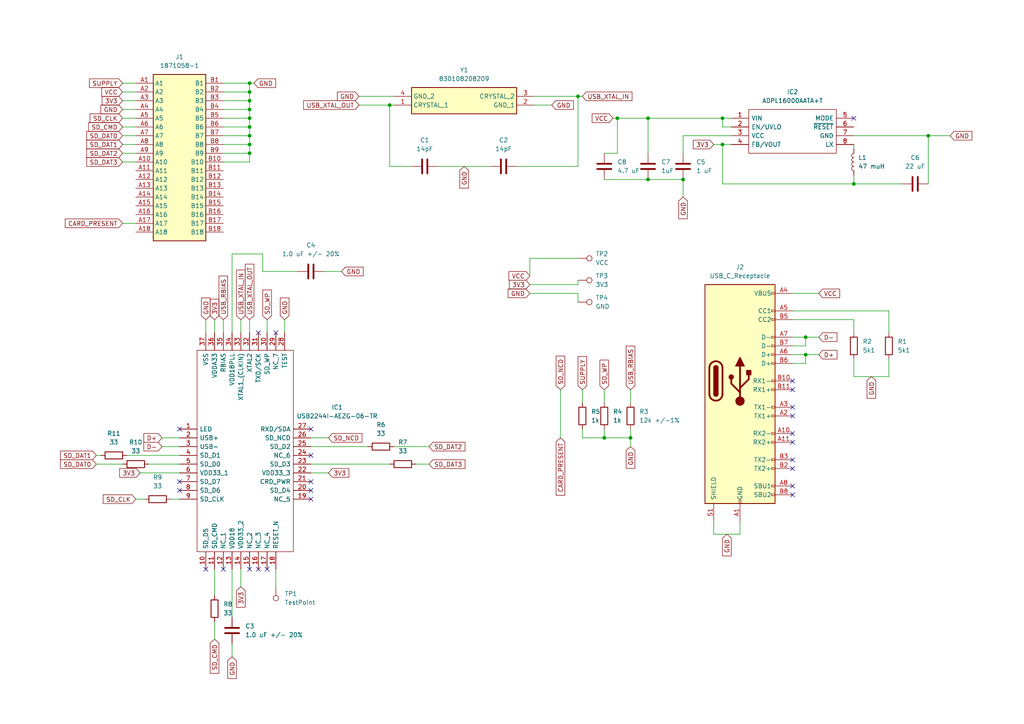
<source format=kicad_sch>
(kicad_sch (version 20231120) (generator "eeschema") (generator_version "8.0")
  (paper "A4")
  (lib_symbols
    (symbol "1871058-1:1871058-1"
      (property "Reference" "J" (at 21.59 7.62 0))
      (property "Value" "1871058-1" (at 21.59 5.08 0))
      (symbol "1871058-1_1_1"
        (rectangle (start 5.08 2.54) (end 20.32 -45.72) (stroke (width 0.254)) (fill (type background)))
        (pin passive line (at 0 0 0) (length 5.08) (name "A1") (number "A1"))
        (pin passive line (at 0 -22.86 0) (length 5.08) (name "A10") (number "A10"))
        (pin passive line (at 0 -25.4 0) (length 5.08) (name "A11") (number "A11"))
        (pin passive line (at 0 -27.94 0) (length 5.08) (name "A12") (number "A12"))
        (pin passive line (at 0 -30.48 0) (length 5.08) (name "A13") (number "A13"))
        (pin passive line (at 0 -33.02 0) (length 5.08) (name "A14") (number "A14"))
        (pin passive line (at 0 -35.56 0) (length 5.08) (name "A15") (number "A15"))
        (pin passive line (at 0 -38.1 0) (length 5.08) (name "A16") (number "A16"))
        (pin passive line (at 0 -40.64 0) (length 5.08) (name "A17") (number "A17"))
        (pin passive line (at 0 -43.18 0) (length 5.08) (name "A18") (number "A18"))
        (pin passive line (at 0 -2.54 0) (length 5.08) (name "A2") (number "A2"))
        (pin passive line (at 0 -5.08 0) (length 5.08) (name "A3") (number "A3"))
        (pin passive line (at 0 -7.62 0) (length 5.08) (name "A4") (number "A4"))
        (pin passive line (at 0 -10.16 0) (length 5.08) (name "A5") (number "A5"))
        (pin passive line (at 0 -12.7 0) (length 5.08) (name "A6") (number "A6"))
        (pin passive line (at 0 -15.24 0) (length 5.08) (name "A7") (number "A7"))
        (pin passive line (at 0 -17.78 0) (length 5.08) (name "A8") (number "A8"))
        (pin passive line (at 0 -20.32 0) (length 5.08) (name "A9") (number "A9"))
        (pin passive line (at 25.4 0 180) (length 5.08) (name "B1") (number "B1"))
        (pin passive line (at 25.4 -22.86 180) (length 5.08) (name "B10") (number "B10"))
        (pin passive line (at 25.4 -25.4 180) (length 5.08) (name "B11") (number "B11"))
        (pin passive line (at 25.4 -27.94 180) (length 5.08) (name "B12") (number "B12"))
        (pin passive line (at 25.4 -30.48 180) (length 5.08) (name "B13") (number "B13"))
        (pin passive line (at 25.4 -33.02 180) (length 5.08) (name "B14") (number "B14"))
        (pin passive line (at 25.4 -35.56 180) (length 5.08) (name "B15") (number "B15"))
        (pin passive line (at 25.4 -38.1 180) (length 5.08) (name "B16") (number "B16"))
        (pin passive line (at 25.4 -40.64 180) (length 5.08) (name "B17") (number "B17"))
        (pin passive line (at 25.4 -43.18 180) (length 5.08) (name "B18") (number "B18"))
        (pin passive line (at 25.4 -2.54 180) (length 5.08) (name "B2") (number "B2"))
        (pin passive line (at 25.4 -5.08 180) (length 5.08) (name "B3") (number "B3"))
        (pin passive line (at 25.4 -7.62 180) (length 5.08) (name "B4") (number "B4"))
        (pin passive line (at 25.4 -10.16 180) (length 5.08) (name "B5") (number "B5"))
        (pin passive line (at 25.4 -12.7 180) (length 5.08) (name "B6") (number "B6"))
        (pin passive line (at 25.4 -15.24 180) (length 5.08) (name "B7") (number "B7"))
        (pin passive line (at 25.4 -17.78 180) (length 5.08) (name "B8") (number "B8"))
        (pin passive line (at 25.4 -20.32 180) (length 5.08) (name "B9") (number "B9"))
      )
    )
    (symbol "830108208209:830108208209"
      (property "Reference" "Y" (at 36.83 7.62 0))
      (property "Value" "830108208209" (at 36.83 5.08 0))
      (symbol "830108208209_1_1"
        (rectangle (start 5.08 2.54) (end 35.56 -5.08) (stroke (width 0.254)) (fill (type background)))
        (pin passive line (at 0 -2.54 0) (length 5.08) (name "CRYSTAL_1") (number "1"))
        (pin passive line (at 40.64 -2.54 180) (length 5.08) (name "GND_1") (number "2"))
        (pin passive line (at 40.64 0 180) (length 5.08) (name "CRYSTAL_2") (number "3"))
        (pin passive line (at 0 0 0) (length 5.08) (name "GND_2") (number "4"))
      )
    )
    (symbol "ADPL16000AATA+T:ADPL16000AATA+T" (pin_names (offset 0.762))
      (property "Reference" "IC" (at 31.75 7.62 0))
      (property "Value" "ADPL16000AATA+T" (at 31.75 5.08 0))
      (symbol "ADPL16000AATA+T_0_0"
        (pin passive line (at 0 0 0) (length 5.08) (name "VIN") (number "1"))
        (pin passive line (at 0 -2.54 0) (length 5.08) (name "EN/UVLO") (number "2"))
        (pin passive line (at 0 -5.08 0) (length 5.08) (name "VCC") (number "3"))
        (pin passive line (at 0 -7.62 0) (length 5.08) (name "FB/VOUT") (number "4"))
        (pin passive line (at 35.56 0 180) (length 5.08) (name "MODE") (number "5"))
        (pin passive line (at 35.56 -2.54 180) (length 5.08) (name "~{RESET}") (number "6"))
        (pin passive line (at 35.56 -5.08 180) (length 5.08) (name "GND") (number "7"))
        (pin passive line (at 35.56 -7.62 180) (length 5.08) (name "LX") (number "8"))
      )
      (symbol "ADPL16000AATA+T_0_1"
        (polyline (pts (xy 5.08 2.54) (xy 30.48 2.54) (xy 30.48 -10.16) (xy 5.08 -10.16) (xy 5.08 2.54)) (stroke (width 0.1524)))
      )
    )
    (symbol "Connector:TestPoint" (pin_numbers hide) (pin_names (offset 0.762) hide)
      (property "Reference" "TP" (at 0 6.858 0))
      (property "Value" "TestPoint" (at 0 5.08 0))
      (symbol "TestPoint_0_1"
        (circle (center 0 3.302) (radius 0.762))
      )
      (symbol "TestPoint_1_1"
        (pin passive line (at 0 0 90) (length 2.54) (name "1") (number "1"))
      )
    )
    (symbol "Connector:USB_C_Receptacle" (pin_names (offset 1.016))
      (property "Reference" "J" (at -10.16 29.21 0))
      (property "Value" "USB_C_Receptacle" (at 10.16 29.21 0))
      (symbol "USB_C_Receptacle_0_0"
        (rectangle (start -0.254 -35.56) (end 0.254 -34.544))
        (rectangle (start 10.16 -32.766) (end 9.144 -33.274))
        (rectangle (start 10.16 -30.226) (end 9.144 -30.734))
        (rectangle (start 10.16 -25.146) (end 9.144 -25.654))
        (rectangle (start 10.16 -22.606) (end 9.144 -23.114))
        (rectangle (start 10.16 -17.526) (end 9.144 -18.034))
        (rectangle (start 10.16 -14.986) (end 9.144 -15.494))
        (rectangle (start 10.16 -9.906) (end 9.144 -10.414))
        (rectangle (start 10.16 -7.366) (end 9.144 -7.874))
        (rectangle (start 10.16 -2.286) (end 9.144 -2.794))
        (rectangle (start 10.16 0.254) (end 9.144 -0.254))
        (rectangle (start 10.16 5.334) (end 9.144 4.826))
        (rectangle (start 10.16 7.874) (end 9.144 7.366))
        (rectangle (start 10.16 10.414) (end 9.144 9.906))
        (rectangle (start 10.16 12.954) (end 9.144 12.446))
        (rectangle (start 10.16 18.034) (end 9.144 17.526))
        (rectangle (start 10.16 20.574) (end 9.144 20.066))
        (rectangle (start 10.16 25.654) (end 9.144 25.146))
      )
      (symbol "USB_C_Receptacle_0_1"
        (rectangle (start -10.16 27.94) (end 10.16 -35.56) (stroke (width 0.254)) (fill (type background)))
        (arc (start -8.89 -3.81) (mid -6.985 -5.7067) (end -5.08 -3.81) (stroke (width 0.508)))
        (arc (start -7.62 -3.81) (mid -6.985 -4.4423) (end -6.35 -3.81) (stroke (width 0.254)))
        (arc (start -7.62 -3.81) (mid -6.985 -4.4423) (end -6.35 -3.81) (stroke (width 0.254)) (fill (type outline)))
        (rectangle (start -7.62 -3.81) (end -6.35 3.81) (stroke (width 0.254)) (fill (type outline)))
        (arc (start -6.35 3.81) (mid -6.985 4.4423) (end -7.62 3.81) (stroke (width 0.254)))
        (arc (start -6.35 3.81) (mid -6.985 4.4423) (end -7.62 3.81) (stroke (width 0.254)) (fill (type outline)))
        (arc (start -5.08 3.81) (mid -6.985 5.7067) (end -8.89 3.81) (stroke (width 0.508)))
        (polyline (pts (xy -8.89 -3.81) (xy -8.89 3.81)) (stroke (width 0.508)))
        (polyline (pts (xy -5.08 3.81) (xy -5.08 -3.81)) (stroke (width 0.508)))
      )
      (symbol "USB_C_Receptacle_1_1"
        (circle (center -2.54 1.143) (radius 0.635) (stroke (width 0.254)) (fill (type outline)))
        (circle (center 0 -5.842) (radius 1.27) (fill (type outline)))
        (polyline (pts (xy 0 -5.842) (xy 0 4.318)) (stroke (width 0.508)))
        (polyline (pts (xy 0 -3.302) (xy -2.54 -0.762) (xy -2.54 0.508)) (stroke (width 0.508)))
        (polyline (pts (xy 0 -2.032) (xy 2.54 0.508) (xy 2.54 1.778)) (stroke (width 0.508)))
        (polyline (pts (xy -1.27 4.318) (xy 0 6.858) (xy 1.27 4.318) (xy -1.27 4.318)) (stroke (width 0.254)) (fill (type outline)))
        (rectangle (start 1.905 1.778) (end 3.175 3.048) (stroke (width 0.254)) (fill (type outline)))
        (pin passive line (at 0 -40.64 90) (length 5.08) (name "GND") (number "A1"))
        (pin bidirectional line (at 15.24 -15.24 180) (length 5.08) (name "RX2-") (number "A10"))
        (pin bidirectional line (at 15.24 -17.78 180) (length 5.08) (name "RX2+") (number "A11"))
        (pin passive line (at 0 -40.64 90) (length 5.08) hide (name "GND") (number "A12"))
        (pin bidirectional line (at 15.24 -10.16 180) (length 5.08) (name "TX1+") (number "A2"))
        (pin bidirectional line (at 15.24 -7.62 180) (length 5.08) (name "TX1-") (number "A3"))
        (pin passive line (at 15.24 25.4 180) (length 5.08) (name "VBUS") (number "A4"))
        (pin bidirectional line (at 15.24 20.32 180) (length 5.08) (name "CC1") (number "A5"))
        (pin bidirectional line (at 15.24 7.62 180) (length 5.08) (name "D+") (number "A6"))
        (pin bidirectional line (at 15.24 12.7 180) (length 5.08) (name "D-") (number "A7"))
        (pin bidirectional line (at 15.24 -30.48 180) (length 5.08) (name "SBU1") (number "A8"))
        (pin passive line (at 15.24 25.4 180) (length 5.08) hide (name "VBUS") (number "A9"))
        (pin passive line (at 0 -40.64 90) (length 5.08) hide (name "GND") (number "B1"))
        (pin bidirectional line (at 15.24 0 180) (length 5.08) (name "RX1-") (number "B10"))
        (pin bidirectional line (at 15.24 -2.54 180) (length 5.08) (name "RX1+") (number "B11"))
        (pin passive line (at 0 -40.64 90) (length 5.08) hide (name "GND") (number "B12"))
        (pin bidirectional line (at 15.24 -25.4 180) (length 5.08) (name "TX2+") (number "B2"))
        (pin bidirectional line (at 15.24 -22.86 180) (length 5.08) (name "TX2-") (number "B3"))
        (pin passive line (at 15.24 25.4 180) (length 5.08) hide (name "VBUS") (number "B4"))
        (pin bidirectional line (at 15.24 17.78 180) (length 5.08) (name "CC2") (number "B5"))
        (pin bidirectional line (at 15.24 5.08 180) (length 5.08) (name "D+") (number "B6"))
        (pin bidirectional line (at 15.24 10.16 180) (length 5.08) (name "D-") (number "B7"))
        (pin bidirectional line (at 15.24 -33.02 180) (length 5.08) (name "SBU2") (number "B8"))
        (pin passive line (at 15.24 25.4 180) (length 5.08) hide (name "VBUS") (number "B9"))
        (pin passive line (at -7.62 -40.64 90) (length 5.08) (name "SHIELD") (number "S1"))
      )
    )
    (symbol "Device:C" (pin_numbers hide) (pin_names (offset 0.254))
      (property "Reference" "C" (at 0.635 2.54 0))
      (property "Value" "C" (at 0.635 -2.54 0))
      (symbol "C_0_1"
        (polyline (pts (xy -2.032 -0.762) (xy 2.032 -0.762)) (stroke (width 0.508)))
        (polyline (pts (xy -2.032 0.762) (xy 2.032 0.762)) (stroke (width 0.508)))
      )
      (symbol "C_1_1"
        (pin passive line (at 0 3.81 270) (length 2.794) (name "~") (number "1"))
        (pin passive line (at 0 -3.81 90) (length 2.794) (name "~") (number "2"))
      )
    )
    (symbol "Device:L" (pin_numbers hide) (pin_names (offset 1.016) hide)
      (property "Reference" "L" (at -1.27 0 90))
      (property "Value" "L" (at 1.905 0 90))
      (symbol "L_0_1"
        (arc (start 0 -2.54) (mid 0.6323 -1.905) (end 0 -1.27))
        (arc (start 0 -1.27) (mid 0.6323 -0.635) (end 0 0))
        (arc (start 0 0) (mid 0.6323 0.635) (end 0 1.27))
        (arc (start 0 1.27) (mid 0.6323 1.905) (end 0 2.54))
      )
      (symbol "L_1_1"
        (pin passive line (at 0 3.81 270) (length 1.27) (name "1") (number "1"))
        (pin passive line (at 0 -3.81 90) (length 1.27) (name "2") (number "2"))
      )
    )
    (symbol "Device:R" (pin_numbers hide) (pin_names (offset 0))
      (property "Reference" "R" (at 2.032 0 90))
      (property "Value" "R" (at 0 0 90))
      (symbol "R_0_1"
        (rectangle (start -1.016 -2.54) (end 1.016 2.54) (stroke (width 0.254)))
      )
      (symbol "R_1_1"
        (pin passive line (at 0 3.81 270) (length 1.27) (name "~") (number "1"))
        (pin passive line (at 0 -3.81 90) (length 1.27) (name "~") (number "2"))
      )
    )
    (symbol "USB2244I-AEZG-06-TR:USB2244I-AEZG-06-TR" (pin_names (offset 0.762))
      (property "Reference" "IC" (at 34.29 27.94 0))
      (property "Value" "USB2244I-AEZG-06-TR" (at 34.29 25.4 0))
      (symbol "USB2244I-AEZG-06-TR_0_0"
        (pin passive line (at 0 0 0) (length 5.08) (name "LED") (number "1"))
        (pin passive line (at 7.62 -40.64 90) (length 5.08) (name "SD_D5") (number "10"))
        (pin passive line (at 10.16 -40.64 90) (length 5.08) (name "SD_CMD") (number "11"))
        (pin passive line (at 12.7 -40.64 90) (length 5.08) (name "NC_1") (number "12"))
        (pin passive line (at 15.24 -40.64 90) (length 5.08) (name "VDD18") (number "13"))
        (pin passive line (at 17.78 -40.64 90) (length 5.08) (name "VDD33_2") (number "14"))
        (pin passive line (at 20.32 -40.64 90) (length 5.08) (name "NC_2") (number "15"))
        (pin passive line (at 22.86 -40.64 90) (length 5.08) (name "NC_3") (number "16"))
        (pin passive line (at 25.4 -40.64 90) (length 5.08) (name "NC_4") (number "17"))
        (pin passive line (at 27.94 -40.64 90) (length 5.08) (name "RESET_N") (number "18"))
        (pin passive line (at 38.1 -20.32 180) (length 5.08) (name "NC_5") (number "19"))
        (pin passive line (at 0 -2.54 0) (length 5.08) (name "USB+") (number "2"))
        (pin passive line (at 38.1 -17.78 180) (length 5.08) (name "SD_D4") (number "20"))
        (pin passive line (at 38.1 -15.24 180) (length 5.08) (name "CRD_PWR") (number "21"))
        (pin passive line (at 38.1 -12.7 180) (length 5.08) (name "VDD33_3") (number "22"))
        (pin passive line (at 38.1 -10.16 180) (length 5.08) (name "SD_D3") (number "23"))
        (pin passive line (at 38.1 -7.62 180) (length 5.08) (name "NC_6") (number "24"))
        (pin passive line (at 38.1 -5.08 180) (length 5.08) (name "SD_D2") (number "25"))
        (pin passive line (at 38.1 -2.54 180) (length 5.08) (name "SD_NCD") (number "26"))
        (pin passive line (at 38.1 0 180) (length 5.08) (name "RXD/SDA") (number "27"))
        (pin passive line (at 30.48 27.94 270) (length 5.08) (name "TEST") (number "28"))
        (pin passive line (at 27.94 27.94 270) (length 5.08) (name "NC_7") (number "29"))
        (pin passive line (at 0 -5.08 0) (length 5.08) (name "USB-") (number "3"))
        (pin passive line (at 25.4 27.94 270) (length 5.08) (name "SD_WP") (number "30"))
        (pin passive line (at 22.86 27.94 270) (length 5.08) (name "TXD/SCK") (number "31"))
        (pin passive line (at 20.32 27.94 270) (length 5.08) (name "XTAL2") (number "32"))
        (pin passive line (at 17.78 27.94 270) (length 5.08) (name "XTAL1_(CLKIN)") (number "33"))
        (pin passive line (at 15.24 27.94 270) (length 5.08) (name "VDD18PLL") (number "34"))
        (pin passive line (at 12.7 27.94 270) (length 5.08) (name "RBIAS") (number "35"))
        (pin passive line (at 10.16 27.94 270) (length 5.08) (name "VDDA33") (number "36"))
        (pin passive line (at 7.62 27.94 270) (length 5.08) (name "VSS") (number "37"))
        (pin passive line (at 0 -7.62 0) (length 5.08) (name "SD_D1") (number "4"))
        (pin passive line (at 0 -10.16 0) (length 5.08) (name "SD_D0") (number "5"))
        (pin passive line (at 0 -12.7 0) (length 5.08) (name "VDD33_1") (number "6"))
        (pin passive line (at 0 -15.24 0) (length 5.08) (name "SD_D7") (number "7"))
        (pin passive line (at 0 -17.78 0) (length 5.08) (name "SD_D6") (number "8"))
        (pin passive line (at 0 -20.32 0) (length 5.08) (name "SD_CLK") (number "9"))
      )
      (symbol "USB2244I-AEZG-06-TR_0_1"
        (polyline (pts (xy 5.08 22.86) (xy 33.02 22.86) (xy 33.02 -35.56) (xy 5.08 -35.56) (xy 5.08 22.86)) (stroke (width 0.1524)))
      )
    )
  )
  (junction (at 233.68 102.87))
  (junction (at 247.65 53.34))
  (junction (at 72.39 39.37))
  (junction (at 209.55 41.91))
  (junction (at 72.39 44.45))
  (junction (at 72.39 34.29))
  (junction (at 72.39 24.13))
  (junction (at 175.26 127))
  (junction (at 182.88 127))
  (junction (at 72.39 36.83))
  (junction (at 72.39 41.91))
  (junction (at 113.03 30.48))
  (junction (at 269.24 39.37))
  (junction (at 72.39 31.75))
  (junction (at 209.55 34.29))
  (junction (at 167.64 27.94))
  (junction (at 187.96 52.07))
  (junction (at 72.39 26.67))
  (junction (at 179.07 34.29))
  (junction (at 187.96 34.29))
  (junction (at 233.68 97.79))
  (junction (at 72.39 29.21))
  (junction (at 198.12 52.07))
  (no_connect (at 74.93 165.1))
  (no_connect (at 80.01 96.52))
  (no_connect (at 229.87 143.51))
  (no_connect (at 72.39 165.1))
  (no_connect (at 229.87 133.35))
  (no_connect (at 229.87 113.03))
  (no_connect (at 90.17 124.46))
  (no_connect (at 229.87 118.11))
  (no_connect (at 247.65 34.29))
  (no_connect (at 52.07 142.24))
  (no_connect (at 229.87 120.65))
  (no_connect (at 229.87 140.97))
  (no_connect (at 229.87 135.89))
  (no_connect (at 77.47 165.1))
  (no_connect (at 90.17 132.08))
  (no_connect (at 229.87 125.73))
  (no_connect (at 229.87 128.27))
  (no_connect (at 64.77 165.1))
  (no_connect (at 52.07 139.7))
  (no_connect (at 90.17 139.7))
  (no_connect (at 52.07 124.46))
  (no_connect (at 59.69 165.1))
  (no_connect (at 229.87 110.49))
  (no_connect (at 90.17 142.24))
  (no_connect (at 74.93 96.52))
  (no_connect (at 90.17 144.78))
  (wire (pts (xy 229.87 100.33) (xy 233.68 100.33)))
  (wire (pts (xy 229.87 85.09) (xy 237.49 85.09)))
  (wire (pts (xy 67.31 73.66) (xy 76.2 73.66)))
  (wire (pts (xy 187.96 52.07) (xy 198.12 52.07)))
  (wire (pts (xy 233.68 97.79) (xy 237.49 97.79)))
  (wire (pts (xy 40.64 137.16) (xy 52.07 137.16)))
  (wire (pts (xy 212.09 36.83) (xy 209.55 36.83)))
  (wire (pts (xy 80.01 165.1) (xy 80.01 170.18)))
  (wire (pts (xy 247.65 104.14) (xy 247.65 109.22)))
  (wire (pts (xy 229.87 102.87) (xy 233.68 102.87)))
  (wire (pts (xy 127 48.26) (xy 142.24 48.26)))
  (wire (pts (xy 90.17 129.54) (xy 106.68 129.54)))
  (wire (pts (xy 175.26 52.07) (xy 187.96 52.07)))
  (wire (pts (xy 154.94 30.48) (xy 160.02 30.48)))
  (wire (pts (xy 35.56 26.67) (xy 39.37 26.67)))
  (wire (pts (xy 64.77 44.45) (xy 72.39 44.45)))
  (wire (pts (xy 72.39 44.45) (xy 72.39 41.91)))
  (wire (pts (xy 72.39 39.37) (xy 72.39 36.83)))
  (wire (pts (xy 167.64 82.55) (xy 167.64 81.28)))
  (wire (pts (xy 175.26 124.46) (xy 175.26 127)))
  (wire (pts (xy 167.64 27.94) (xy 168.91 27.94)))
  (wire (pts (xy 35.56 34.29) (xy 39.37 34.29)))
  (wire (pts (xy 168.91 113.03) (xy 168.91 116.84)))
  (wire (pts (xy 247.65 39.37) (xy 269.24 39.37)))
  (wire (pts (xy 119.38 48.26) (xy 113.03 48.26)))
  (wire (pts (xy 177.8 34.29) (xy 179.07 34.29)))
  (wire (pts (xy 269.24 39.37) (xy 269.24 53.34)))
  (wire (pts (xy 175.26 44.45) (xy 179.07 44.45)))
  (wire (pts (xy 64.77 39.37) (xy 72.39 39.37)))
  (wire (pts (xy 167.64 85.09) (xy 167.64 87.63)))
  (wire (pts (xy 67.31 96.52) (xy 67.31 73.66)))
  (wire (pts (xy 198.12 39.37) (xy 212.09 39.37)))
  (wire (pts (xy 257.81 104.14) (xy 257.81 109.22)))
  (wire (pts (xy 168.91 127) (xy 175.26 127)))
  (wire (pts (xy 247.65 50.8) (xy 247.65 53.34)))
  (wire (pts (xy 35.56 46.99) (xy 39.37 46.99)))
  (wire (pts (xy 27.94 132.08) (xy 29.21 132.08)))
  (wire (pts (xy 113.03 48.26) (xy 113.03 30.48)))
  (wire (pts (xy 67.31 165.1) (xy 67.31 179.07)))
  (wire (pts (xy 90.17 137.16) (xy 95.25 137.16)))
  (wire (pts (xy 35.56 24.13) (xy 39.37 24.13)))
  (wire (pts (xy 35.56 31.75) (xy 39.37 31.75)))
  (wire (pts (xy 39.37 144.78) (xy 41.91 144.78)))
  (wire (pts (xy 72.39 31.75) (xy 72.39 29.21)))
  (wire (pts (xy 257.81 90.17) (xy 257.81 96.52)))
  (wire (pts (xy 198.12 39.37) (xy 198.12 44.45)))
  (wire (pts (xy 64.77 41.91) (xy 72.39 41.91)))
  (wire (pts (xy 46.99 127) (xy 52.07 127)))
  (wire (pts (xy 82.55 92.71) (xy 82.55 96.52)))
  (wire (pts (xy 76.2 73.66) (xy 76.2 78.74)))
  (wire (pts (xy 64.77 92.71) (xy 64.77 96.52)))
  (wire (pts (xy 247.65 109.22) (xy 257.81 109.22)))
  (wire (pts (xy 113.03 30.48) (xy 114.3 30.48)))
  (wire (pts (xy 182.88 113.03) (xy 182.88 116.84)))
  (wire (pts (xy 69.85 92.71) (xy 69.85 96.52)))
  (wire (pts (xy 76.2 78.74) (xy 86.36 78.74)))
  (wire (pts (xy 233.68 102.87) (xy 237.49 102.87)))
  (wire (pts (xy 104.14 27.94) (xy 114.3 27.94)))
  (wire (pts (xy 175.26 113.03) (xy 175.26 116.84)))
  (wire (pts (xy 72.39 92.71) (xy 72.39 96.52)))
  (wire (pts (xy 43.18 134.62) (xy 52.07 134.62)))
  (wire (pts (xy 153.67 74.93) (xy 167.64 74.93)))
  (wire (pts (xy 247.65 92.71) (xy 247.65 96.52)))
  (wire (pts (xy 72.39 24.13) (xy 73.66 24.13)))
  (wire (pts (xy 62.23 180.34) (xy 62.23 185.42)))
  (wire (pts (xy 209.55 53.34) (xy 209.55 41.91)))
  (wire (pts (xy 209.55 36.83) (xy 209.55 34.29)))
  (wire (pts (xy 93.98 78.74) (xy 99.06 78.74)))
  (wire (pts (xy 153.67 85.09) (xy 167.64 85.09)))
  (wire (pts (xy 120.65 134.62) (xy 124.46 134.62)))
  (wire (pts (xy 175.26 127) (xy 182.88 127)))
  (wire (pts (xy 35.56 36.83) (xy 39.37 36.83)))
  (wire (pts (xy 35.56 41.91) (xy 39.37 41.91)))
  (wire (pts (xy 62.23 165.1) (xy 62.23 172.72)))
  (wire (pts (xy 154.94 27.94) (xy 167.64 27.94)))
  (wire (pts (xy 153.67 80.01) (xy 153.67 74.93)))
  (wire (pts (xy 247.65 53.34) (xy 209.55 53.34)))
  (wire (pts (xy 182.88 127) (xy 182.88 129.54)))
  (wire (pts (xy 49.53 144.78) (xy 52.07 144.78)))
  (wire (pts (xy 64.77 34.29) (xy 72.39 34.29)))
  (wire (pts (xy 36.83 132.08) (xy 52.07 132.08)))
  (wire (pts (xy 167.64 48.26) (xy 167.64 27.94)))
  (wire (pts (xy 209.55 34.29) (xy 212.09 34.29)))
  (wire (pts (xy 182.88 124.46) (xy 182.88 127)))
  (wire (pts (xy 247.65 41.91) (xy 247.65 43.18)))
  (wire (pts (xy 72.39 34.29) (xy 72.39 31.75)))
  (wire (pts (xy 77.47 92.71) (xy 77.47 96.52)))
  (wire (pts (xy 90.17 134.62) (xy 113.03 134.62)))
  (wire (pts (xy 35.56 39.37) (xy 39.37 39.37)))
  (wire (pts (xy 233.68 100.33) (xy 233.68 97.79)))
  (wire (pts (xy 168.91 124.46) (xy 168.91 127)))
  (wire (pts (xy 214.63 151.13) (xy 214.63 154.94)))
  (wire (pts (xy 207.01 41.91) (xy 209.55 41.91)))
  (wire (pts (xy 209.55 41.91) (xy 212.09 41.91)))
  (wire (pts (xy 62.23 92.71) (xy 62.23 96.52)))
  (wire (pts (xy 72.39 41.91) (xy 72.39 39.37)))
  (wire (pts (xy 72.39 29.21) (xy 72.39 26.67)))
  (wire (pts (xy 179.07 34.29) (xy 179.07 44.45)))
  (wire (pts (xy 64.77 31.75) (xy 72.39 31.75)))
  (wire (pts (xy 27.94 134.62) (xy 35.56 134.62)))
  (wire (pts (xy 67.31 186.69) (xy 67.31 190.5)))
  (wire (pts (xy 198.12 52.07) (xy 198.12 57.15)))
  (wire (pts (xy 46.99 129.54) (xy 52.07 129.54)))
  (wire (pts (xy 153.67 82.55) (xy 167.64 82.55)))
  (wire (pts (xy 247.65 53.34) (xy 261.62 53.34)))
  (wire (pts (xy 69.85 165.1) (xy 69.85 170.18)))
  (wire (pts (xy 207.01 154.94) (xy 214.63 154.94)))
  (wire (pts (xy 179.07 34.29) (xy 187.96 34.29)))
  (wire (pts (xy 187.96 34.29) (xy 209.55 34.29)))
  (wire (pts (xy 90.17 127) (xy 95.25 127)))
  (wire (pts (xy 229.87 97.79) (xy 233.68 97.79)))
  (wire (pts (xy 59.69 92.71) (xy 59.69 96.52)))
  (wire (pts (xy 35.56 64.77) (xy 39.37 64.77)))
  (wire (pts (xy 162.56 113.03) (xy 162.56 127)))
  (wire (pts (xy 229.87 90.17) (xy 257.81 90.17)))
  (wire (pts (xy 229.87 92.71) (xy 247.65 92.71)))
  (wire (pts (xy 114.3 129.54) (xy 124.46 129.54)))
  (wire (pts (xy 35.56 44.45) (xy 39.37 44.45)))
  (wire (pts (xy 104.14 30.48) (xy 113.03 30.48)))
  (wire (pts (xy 64.77 36.83) (xy 72.39 36.83)))
  (wire (pts (xy 72.39 36.83) (xy 72.39 34.29)))
  (wire (pts (xy 233.68 105.41) (xy 233.68 102.87)))
  (wire (pts (xy 64.77 26.67) (xy 72.39 26.67)))
  (wire (pts (xy 64.77 24.13) (xy 72.39 24.13)))
  (wire (pts (xy 187.96 34.29) (xy 187.96 44.45)))
  (wire (pts (xy 207.01 151.13) (xy 207.01 154.94)))
  (wire (pts (xy 149.86 48.26) (xy 167.64 48.26)))
  (wire (pts (xy 72.39 26.67) (xy 72.39 24.13)))
  (wire (pts (xy 72.39 46.99) (xy 72.39 44.45)))
  (wire (pts (xy 64.77 46.99) (xy 72.39 46.99)))
  (wire (pts (xy 229.87 105.41) (xy 233.68 105.41)))
  (wire (pts (xy 64.77 29.21) (xy 72.39 29.21)))
  (wire (pts (xy 269.24 39.37) (xy 275.59 39.37)))
  (wire (pts (xy 35.56 29.21) (xy 39.37 29.21)))
  (global_label "CARD_PRESENT" (shape input) (at 162.56 127 270) (property "Intersheetrefs" "${INTERSHEET_REFS}" (effects (hide yes))))
  (global_label "USB_XTAL_OUT" (shape input) (at 104.14 30.48 180) (property "Intersheetrefs" "${INTERSHEET_REFS}" (effects (hide yes))))
  (global_label "USB_RBIAS" (shape input) (at 64.77 92.71 90) (property "Intersheetrefs" "${INTERSHEET_REFS}" (effects (hide yes))))
  (global_label "SD_DAT0" (shape input) (at 35.56 39.37 180) (property "Intersheetrefs" "${INTERSHEET_REFS}" (effects (hide yes))))
  (global_label "SD_DAT1" (shape input) (at 35.56 41.91 180) (property "Intersheetrefs" "${INTERSHEET_REFS}" (effects (hide yes))))
  (global_label "GND" (shape input) (at 275.59 39.37 0) (property "Intersheetrefs" "${INTERSHEET_REFS}" (effects (hide yes))))
  (global_label "SD_WP" (shape input) (at 175.26 113.03 90) (property "Intersheetrefs" "${INTERSHEET_REFS}" (effects (hide yes))))
  (global_label "SD_DAT1" (shape input) (at 27.94 132.08 180) (property "Intersheetrefs" "${INTERSHEET_REFS}" (effects (hide yes))))
  (global_label "SD_DAT2" (shape input) (at 124.46 129.54 0) (property "Intersheetrefs" "${INTERSHEET_REFS}" (effects (hide yes))))
  (global_label "VCC" (shape input) (at 35.56 26.67 180) (property "Intersheetrefs" "${INTERSHEET_REFS}" (effects (hide yes))))
  (global_label "D+" (shape input) (at 237.49 102.87 0) (property "Intersheetrefs" "${INTERSHEET_REFS}" (effects (hide yes))))
  (global_label "VCC" (shape input) (at 153.67 80.01 180) (property "Intersheetrefs" "${INTERSHEET_REFS}" (effects (hide yes))))
  (global_label "GND" (shape input) (at 160.02 30.48 0) (property "Intersheetrefs" "${INTERSHEET_REFS}" (effects (hide yes))))
  (global_label "GND" (shape input) (at 104.14 27.94 180) (property "Intersheetrefs" "${INTERSHEET_REFS}" (effects (hide yes))))
  (global_label "3V3" (shape input) (at 95.25 137.16 0) (property "Intersheetrefs" "${INTERSHEET_REFS}" (effects (hide yes))))
  (global_label "USB_RBIAS" (shape input) (at 182.88 113.03 90) (property "Intersheetrefs" "${INTERSHEET_REFS}" (effects (hide yes))))
  (global_label "D+" (shape input) (at 46.99 127 180) (property "Intersheetrefs" "${INTERSHEET_REFS}" (effects (hide yes))))
  (global_label "GND" (shape input) (at 198.12 57.15 270) (property "Intersheetrefs" "${INTERSHEET_REFS}" (effects (hide yes))))
  (global_label "GND" (shape input) (at 134.62 48.26 270) (property "Intersheetrefs" "${INTERSHEET_REFS}" (effects (hide yes))))
  (global_label "SD_CMD" (shape input) (at 35.56 36.83 180) (property "Intersheetrefs" "${INTERSHEET_REFS}" (effects (hide yes))))
  (global_label "3V3" (shape input) (at 153.67 82.55 180) (property "Intersheetrefs" "${INTERSHEET_REFS}" (effects (hide yes))))
  (global_label "VCC" (shape input) (at 177.8 34.29 180) (property "Intersheetrefs" "${INTERSHEET_REFS}" (effects (hide yes))))
  (global_label "USB_XTAL_IN" (shape input) (at 69.85 92.71 90) (property "Intersheetrefs" "${INTERSHEET_REFS}" (effects (hide yes))))
  (global_label "USB_XTAL_OUT" (shape input) (at 72.39 92.71 90) (property "Intersheetrefs" "${INTERSHEET_REFS}" (effects (hide yes))))
  (global_label "SD_DAT2" (shape input) (at 35.56 44.45 180) (property "Intersheetrefs" "${INTERSHEET_REFS}" (effects (hide yes))))
  (global_label "SD_WP" (shape input) (at 77.47 92.71 90) (property "Intersheetrefs" "${INTERSHEET_REFS}" (effects (hide yes))))
  (global_label "GND" (shape input) (at 73.66 24.13 0) (property "Intersheetrefs" "${INTERSHEET_REFS}" (effects (hide yes))))
  (global_label "SD_DAT3" (shape input) (at 35.56 46.99 180) (property "Intersheetrefs" "${INTERSHEET_REFS}" (effects (hide yes))))
  (global_label "GND" (shape input) (at 252.73 109.22 270) (property "Intersheetrefs" "${INTERSHEET_REFS}" (effects (hide yes))))
  (global_label "VCC" (shape input) (at 237.49 85.09 0) (property "Intersheetrefs" "${INTERSHEET_REFS}" (effects (hide yes))))
  (global_label "3V3" (shape input) (at 62.23 92.71 90) (property "Intersheetrefs" "${INTERSHEET_REFS}" (effects (hide yes))))
  (global_label "GND" (shape input) (at 99.06 78.74 0) (property "Intersheetrefs" "${INTERSHEET_REFS}" (effects (hide yes))))
  (global_label "GND" (shape input) (at 67.31 190.5 270) (property "Intersheetrefs" "${INTERSHEET_REFS}" (effects (hide yes))))
  (global_label "SD_NCD" (shape input) (at 162.56 113.03 90) (property "Intersheetrefs" "${INTERSHEET_REFS}" (effects (hide yes))))
  (global_label "SUPPLY" (shape input) (at 168.91 113.03 90) (property "Intersheetrefs" "${INTERSHEET_REFS}" (effects (hide yes))))
  (global_label "GND" (shape input) (at 153.67 85.09 180) (property "Intersheetrefs" "${INTERSHEET_REFS}" (effects (hide yes))))
  (global_label "D-" (shape input) (at 46.99 129.54 180) (property "Intersheetrefs" "${INTERSHEET_REFS}" (effects (hide yes))))
  (global_label "SD_CMD" (shape input) (at 62.23 185.42 270) (property "Intersheetrefs" "${INTERSHEET_REFS}" (effects (hide yes))))
  (global_label "GND" (shape input) (at 59.69 92.71 90) (property "Intersheetrefs" "${INTERSHEET_REFS}" (effects (hide yes))))
  (global_label "SD_CLK" (shape input) (at 35.56 34.29 180) (property "Intersheetrefs" "${INTERSHEET_REFS}" (effects (hide yes))))
  (global_label "CARD_PRESENT" (shape input) (at 35.56 64.77 180) (property "Intersheetrefs" "${INTERSHEET_REFS}" (effects (hide yes))))
  (global_label "3V3" (shape input) (at 69.85 170.18 270) (property "Intersheetrefs" "${INTERSHEET_REFS}" (effects (hide yes))))
  (global_label "SUPPLY" (shape input) (at 35.56 24.13 180) (property "Intersheetrefs" "${INTERSHEET_REFS}" (effects (hide yes))))
  (global_label "GND" (shape input) (at 182.88 129.54 270) (property "Intersheetrefs" "${INTERSHEET_REFS}" (effects (hide yes))))
  (global_label "GND" (shape input) (at 35.56 31.75 180) (property "Intersheetrefs" "${INTERSHEET_REFS}" (effects (hide yes))))
  (global_label "3V3" (shape input) (at 207.01 41.91 180) (property "Intersheetrefs" "${INTERSHEET_REFS}" (effects (hide yes))))
  (global_label "GND" (shape input) (at 82.55 92.71 90) (property "Intersheetrefs" "${INTERSHEET_REFS}" (effects (hide yes))))
  (global_label "3V3" (shape input) (at 35.56 29.21 180) (property "Intersheetrefs" "${INTERSHEET_REFS}" (effects (hide yes))))
  (global_label "USB_XTAL_IN" (shape input) (at 168.91 27.94 0) (property "Intersheetrefs" "${INTERSHEET_REFS}" (effects (hide yes))))
  (global_label "D-" (shape input) (at 237.49 97.79 0) (property "Intersheetrefs" "${INTERSHEET_REFS}" (effects (hide yes))))
  (global_label "SD_DAT3" (shape input) (at 124.46 134.62 0) (property "Intersheetrefs" "${INTERSHEET_REFS}" (effects (hide yes))))
  (global_label "SD_CLK" (shape input) (at 39.37 144.78 180) (property "Intersheetrefs" "${INTERSHEET_REFS}" (effects (hide yes))))
  (global_label "3V3" (shape input) (at 40.64 137.16 180) (property "Intersheetrefs" "${INTERSHEET_REFS}" (effects (hide yes))))
  (global_label "SD_DAT0" (shape input) (at 27.94 134.62 180) (property "Intersheetrefs" "${INTERSHEET_REFS}" (effects (hide yes))))
  (global_label "SD_NCD" (shape input) (at 95.25 127 0) (property "Intersheetrefs" "${INTERSHEET_REFS}" (effects (hide yes))))
  (global_label "GND" (shape input) (at 210.82 154.94 270) (property "Intersheetrefs" "${INTERSHEET_REFS}" (effects (hide yes))))
  (symbol (lib_id "Device:R") (at 33.02 132.08 270) (unit 1)
    (property "Reference" "R11" (at 33.02 125.73 90))
    (property "Value" "33" (at 33.02 128.27 90))
    (property "Footprint" "Resistor_SMD:R_0201_0603Metric" (effects (hide yes)))
    (property "Description" "Resistor" (effects (hide yes)))
  )
  (symbol (lib_id "Device:R") (at 45.72 144.78 270) (unit 1)
    (property "Reference" "R9" (at 45.72 138.43 90))
    (property "Value" "33" (at 45.72 140.97 90))
    (property "Footprint" "Resistor_SMD:R_0201_0603Metric" (effects (hide yes)))
    (property "Description" "Resistor" (effects (hide yes)))
  )
  (symbol (lib_id "Connector:TestPoint") (at 167.64 74.93 270) (unit 1)
    (property "Reference" "TP2" (at 172.72 73.6599 90) (effects (justify left)))
    (property "Value" "VCC" (at 172.72 76.1999 90) (effects (justify left)))
    (property "Footprint" "TestPoint:TestPoint_Pad_D3.0mm" (effects (hide yes)))
    (property "Description" "test point" (effects (hide yes)))
  )
  (symbol (lib_id "Device:C") (at 265.43 53.34 270) (unit 1)
    (property "Reference" "C6" (at 265.43 45.72 90))
    (property "Value" "22 uF" (at 265.43 48.26 90))
    (property "Footprint" "Capacitor_SMD:C_1206_3216Metric" (effects (hide yes)))
    (property "Description" "Unpolarized capacitor" (effects (hide yes)))
  )
  (symbol (lib_id "Device:C") (at 90.17 78.74 90) (unit 1)
    (property "Reference" "C4" (at 90.17 71.12 90))
    (property "Value" "1.0 uF +/- 20%" (at 90.17 73.66 90))
    (property "Footprint" "Capacitor_SMD:C_0201_0603Metric" (effects (hide yes)))
    (property "Description" "Unpolarized capacitor" (effects (hide yes)))
  )
  (symbol (lib_id "Device:C") (at 187.96 48.26 0) (unit 1)
    (property "Reference" "C7" (at 191.77 46.9899 0) (effects (justify left)))
    (property "Value" "1uF" (at 191.77 49.5299 0) (effects (justify left)))
    (property "Footprint" "Capacitor_SMD:C_1206_3216Metric" (effects (hide yes)))
    (property "Description" "Unpolarized capacitor" (effects (hide yes)))
  )
  (symbol (lib_id "Device:R") (at 116.84 134.62 270) (unit 1)
    (property "Reference" "R7" (at 116.84 128.27 90))
    (property "Value" "33" (at 116.84 130.81 90))
    (property "Footprint" "Resistor_SMD:R_0201_0603Metric" (effects (hide yes)))
    (property "Description" "Resistor" (effects (hide yes)))
  )
  (symbol (lib_id "ADPL16000AATA+T:ADPL16000AATA+T") (at 212.09 34.29 0) (unit 1)
    (property "Reference" "IC2" (at 229.87 26.67 0))
    (property "Value" "ADPL16000AATA+T" (at 229.87 29.21 0))
    (property "Footprint" "ADPL16000AATA+T:ADPL16000AATAT" (effects (hide yes)))
    (property "Datasheet" "https://www.analog.com/media/en/technical-documentation/data-sheets/adpl16000.pdf" (effects (hide yes)))
    (property "Description" "60V, 400mA, Ultra-Small, Hi gh-Efficiency, Synchronous Step-Down DC-DC Converters" (effects (hide yes)))
    (property "Description_1" "60V, 400mA, Ultra-Small, Hi gh-Efficiency, Synchronous Step-Down DC-DC Converters" (effects (hide yes)))
    (property "Height" "0.8" (effects (hide yes)))
    (property "Manufacturer_Name" "Analog Devices" (effects (hide yes)))
    (property "Manufacturer_Part_Number" "ADPL16000AATA+T" (effects (hide yes)))
    (property "Mouser Part Number" "700-ADPL16000AATA+T" (effects (hide yes)))
    (property "Mouser Price/Stock" "https://www.mouser.co.uk/ProductDetail/Analog-Devices-Maxim-Integrated/ADPL16000AATA%2bT?qs=wT7LY0lnAe0OnT0M8eXHew%3D%3D" (effects (hide yes)))
  )
  (symbol (lib_id "Connector:TestPoint") (at 167.64 81.28 270) (unit 1)
    (property "Reference" "TP3" (at 172.72 80.0099 90) (effects (justify left)))
    (property "Value" "3V3" (at 172.72 82.5499 90) (effects (justify left)))
    (property "Footprint" "TestPoint:TestPoint_Pad_D3.0mm" (effects (hide yes)))
    (property "Description" "test point" (effects (hide yes)))
  )
  (symbol (lib_id "Device:L") (at 247.65 46.99 180) (unit 1)
    (property "Reference" "L1" (at 248.92 45.7199 0) (effects (justify right)))
    (property "Value" "47 muH" (at 248.92 48.2599 0) (effects (justify right)))
    (property "Footprint" "74404054470:74404054470" (effects (hide yes)))
    (property "Description" "Inductor" (effects (hide yes)))
  )
  (symbol (lib_id "Device:R") (at 39.37 134.62 270) (unit 1)
    (property "Reference" "R10" (at 39.37 128.27 90))
    (property "Value" "33" (at 39.37 130.81 90))
    (property "Footprint" "Resistor_SMD:R_0201_0603Metric" (effects (hide yes)))
    (property "Description" "Resistor" (effects (hide yes)))
  )
  (symbol (lib_id "Device:C") (at 146.05 48.26 270) (unit 1)
    (property "Reference" "C2" (at 146.05 40.64 90))
    (property "Value" "14pF" (at 146.05 43.18 90))
    (property "Footprint" "Capacitor_SMD:C_0201_0603Metric" (effects (hide yes)))
    (property "Description" "Unpolarized capacitor" (effects (hide yes)))
  )
  (symbol (lib_id "Device:C") (at 67.31 182.88 0) (unit 1)
    (property "Reference" "C3" (at 71.12 181.6099 0) (effects (justify left)))
    (property "Value" "1.0 uF +/- 20%" (at 71.12 184.1499 0) (effects (justify left)))
    (property "Footprint" "Capacitor_SMD:C_0201_0603Metric" (effects (hide yes)))
    (property "Description" "Unpolarized capacitor" (effects (hide yes)))
  )
  (symbol (lib_id "Device:R") (at 257.81 100.33 180) (unit 1)
    (property "Reference" "R1" (at 260.35 99.0599 0) (effects (justify right)))
    (property "Value" "5k1" (at 260.35 101.5999 0) (effects (justify right)))
    (property "Footprint" "Resistor_SMD:R_0201_0603Metric" (effects (hide yes)))
    (property "Description" "Resistor" (effects (hide yes)))
  )
  (symbol (lib_id "Device:R") (at 110.49 129.54 270) (unit 1)
    (property "Reference" "R6" (at 110.49 123.19 90))
    (property "Value" "33" (at 110.49 125.73 90))
    (property "Footprint" "Resistor_SMD:R_0201_0603Metric" (effects (hide yes)))
    (property "Description" "Resistor" (effects (hide yes)))
  )
  (symbol (lib_id "1871058-1:1871058-1") (at 39.37 24.13 0) (unit 1)
    (property "Reference" "J1" (at 52.07 16.51 0))
    (property "Value" "1871058-1" (at 52.07 19.05 0))
    (property "Footprint" "1871058-1:18710581" (effects (hide yes)))
    (property "Datasheet" "https://www.te.com/commerce/DocumentDelivery/DDEController?Action=showdoc&DocId=Customer+Drawing%7F1871058%7FH%7Fpdf%7FEnglish%7FENG_CD_1871058_H_baseFilename.pdf%7F1871058-1" (effects (hide yes)))
    (property "Description" "PCI EXPRESS CONN. EON TYPE, 36P, L=2.0" (effects (hide yes)))
    (property "Height" "11.25" (effects (hide yes)))
    (property "Manufacturer_Name" "TE Connectivity" (effects (hide yes)))
    (property "Manufacturer_Part_Number" "1871058-1" (effects (hide yes)))
    (property "Mouser Part Number" "571-1871058-1" (effects (hide yes)))
    (property "Mouser Price/Stock" "https://www.mouser.co.uk/ProductDetail/TE-Connectivity/1871058-1?qs=%252BoxYCnKeKt%252BrW4wNNMzC1A%3D%3D" (effects (hide yes)))
    (property "Arrow Part Number" "1871058-1" (effects (hide yes)))
    (property "Arrow Price/Stock" "https://www.arrow.com/en/products/1871058-1/te-connectivity?region=nac" (effects (hide yes)))
  )
  (symbol (lib_id "Connector:TestPoint") (at 167.64 87.63 270) (unit 1)
    (property "Reference" "TP4" (at 172.72 86.3599 90) (effects (justify left)))
    (property "Value" "GND" (at 172.72 88.8999 90) (effects (justify left)))
    (property "Footprint" "TestPoint:TestPoint_Pad_D3.0mm" (effects (hide yes)))
    (property "Description" "test point" (effects (hide yes)))
  )
  (symbol (lib_id "Device:C") (at 175.26 48.26 180) (unit 1)
    (property "Reference" "C8" (at 179.07 46.9899 0) (effects (justify right)))
    (property "Value" "4.7 uF" (at 179.07 49.5299 0) (effects (justify right)))
    (property "Footprint" "Capacitor_SMD:C_1206_3216Metric" (effects (hide yes)))
    (property "Description" "Unpolarized capacitor" (effects (hide yes)))
  )
  (symbol (lib_id "Connector:TestPoint") (at 80.01 170.18 180) (unit 1)
    (property "Reference" "TP1" (at 82.55 172.2119 0) (effects (justify right)))
    (property "Value" "TestPoint" (at 82.55 174.7519 0) (effects (justify right)))
    (property "Footprint" "TestPoint:TestPoint_Pad_D3.0mm" (effects (hide yes)))
    (property "Description" "test point" (effects (hide yes)))
  )
  (symbol (lib_id "Device:C") (at 123.19 48.26 270) (unit 1)
    (property "Reference" "C1" (at 123.19 40.64 90))
    (property "Value" "14pF" (at 123.19 43.18 90))
    (property "Footprint" "Capacitor_SMD:C_0201_0603Metric" (effects (hide yes)))
    (property "Description" "Unpolarized capacitor" (effects (hide yes)))
  )
  (symbol (lib_id "Device:R") (at 175.26 120.65 0) (unit 1)
    (property "Reference" "R4" (at 177.8 119.3799 0) (effects (justify left)))
    (property "Value" "1k" (at 177.8 121.9199 0) (effects (justify left)))
    (property "Footprint" "Resistor_SMD:R_0201_0603Metric" (effects (hide yes)))
    (property "Description" "Resistor" (effects (hide yes)))
  )
  (symbol (lib_id "830108208209:830108208209") (at 114.3 27.94 0) (unit 1)
    (property "Reference" "Y1" (at 134.62 20.32 0))
    (property "Value" "830108208209" (at 134.62 22.86 0))
    (property "Footprint" "830108208209:830108208209" (effects (hide yes)))
    (property "Datasheet" "https://www.we-online.com/components/products/datasheet/830108208209.pdf" (effects (hide yes)))
    (property "Description" "24 MHz +/-10ppm Crystal 10pF 100 Ohms 4-SMD, No Lead" (effects (hide yes)))
    (property "Height" "0.6" (effects (hide yes)))
    (property "Manufacturer_Name" "Wurth Elektronik" (effects (hide yes)))
    (property "Manufacturer_Part_Number" "830108208209" (effects (hide yes)))
    (property "Mouser Part Number" "710-830108208209" (effects (hide yes)))
    (property "Mouser Price/Stock" "https://www.mouser.co.uk/ProductDetail/Wurth-Elektronik/830108208209?qs=hWgE7mdIu5Qfk68EXTEoAw%3D%3D" (effects (hide yes)))
  )
  (symbol (lib_id "Connector:USB_C_Receptacle") (at 214.63 110.49 0) (unit 1)
    (property "Reference" "J2" (at 214.63 77.47 0))
    (property "Value" "USB_C_Receptacle" (at 214.63 80.01 0))
    (property "Footprint" "Connector_USB:USB_C_Receptacle_Molex_105450-0101" (effects (hide yes)))
    (property "Datasheet" "https://www.usb.org/sites/default/files/documents/usb_type-c.zip" (effects (hide yes)))
    (property "Description" "USB Full-Featured Type-C Receptacle connector" (effects (hide yes)))
  )
  (symbol (lib_id "Device:R") (at 168.91 120.65 0) (unit 1)
    (property "Reference" "R5" (at 171.45 119.3799 0) (effects (justify left)))
    (property "Value" "1k" (at 171.45 121.9199 0) (effects (justify left)))
    (property "Footprint" "Resistor_SMD:R_0201_0603Metric" (effects (hide yes)))
    (property "Description" "Resistor" (effects (hide yes)))
  )
  (symbol (lib_id "USB2244I-AEZG-06-TR:USB2244I-AEZG-06-TR") (at 52.07 124.46 0) (unit 1)
    (property "Reference" "IC1" (at 97.79 118.1414 0))
    (property "Value" "USB2244I-AEZG-06-TR" (at 97.79 120.6814 0))
    (property "Footprint" "USB2244I-AEZG-06-TR:QFN50P600X600X90-37N-D" (effects (hide yes)))
    (property "Datasheet" "http://www.microchip.com/mymicrochip/filehandler.aspx?ddocname=en562093" (effects (hide yes)))
    (property "Description" "USB Interface IC USB 2.0 SD/MMC Flash Media Contrl , 3V to 3.6V ,135mA , -40C +85C" (effects (hide yes)))
    (property "Description_1" "USB Interface IC USB 2.0 SD/MMC Flash Media Contrl , 3V to 3.6V ,135mA , -40C +85C" (effects (hide yes)))
    (property "Height" "0.9" (effects (hide yes)))
    (property "Manufacturer_Name" "Microchip" (effects (hide yes)))
    (property "Manufacturer_Part_Number" "USB2244I-AEZG-06-TR" (effects (hide yes)))
    (property "Mouser Part Number" "579-USB2244IAEZG06TR" (effects (hide yes)))
    (property "Mouser Price/Stock" "https://www.mouser.co.uk/ProductDetail/Microchip-Technology/USB2244I-AEZG-06-TR?qs=8jfIC9vqKDsAu01KH5BS1Q%3D%3D" (effects (hide yes)))
    (property "Arrow Part Number" "USB2244I-AEZG-06-TR" (effects (hide yes)))
    (property "Arrow Price/Stock" "https://www.arrow.com/en/products/usb2244i-aezg-06-tr/microchip-technology?region=nac" (effects (hide yes)))
  )
  (symbol (lib_id "Device:C") (at 198.12 48.26 0) (unit 1)
    (property "Reference" "C5" (at 201.93 46.9899 0) (effects (justify left)))
    (property "Value" "1 uF" (at 201.93 49.5299 0) (effects (justify left)))
    (property "Footprint" "Capacitor_SMD:C_0201_0603Metric" (effects (hide yes)))
    (property "Description" "Unpolarized capacitor" (effects (hide yes)))
  )
  (symbol (lib_id "Device:R") (at 182.88 120.65 0) (unit 1)
    (property "Reference" "R3" (at 185.42 119.3799 0) (effects (justify left)))
    (property "Value" "12k +/-1%" (at 185.42 121.9199 0) (effects (justify left)))
    (property "Footprint" "Resistor_SMD:R_0201_0603Metric" (effects (hide yes)))
    (property "Description" "Resistor" (effects (hide yes)))
  )
  (symbol (lib_id "Device:R") (at 247.65 100.33 0) (unit 1)
    (property "Reference" "R2" (at 250.19 99.0599 0) (effects (justify left)))
    (property "Value" "5k1" (at 250.19 101.5999 0) (effects (justify left)))
    (property "Footprint" "Resistor_SMD:R_0201_0603Metric" (effects (hide yes)))
    (property "Description" "Resistor" (effects (hide yes)))
  )
  (symbol (lib_id "Device:R") (at 62.23 176.53 180) (unit 1)
    (property "Reference" "R8" (at 64.77 175.2599 0) (effects (justify right)))
    (property "Value" "33" (at 64.77 177.7999 0) (effects (justify right)))
    (property "Footprint" "Resistor_SMD:R_0201_0603Metric" (effects (hide yes)))
    (property "Description" "Resistor" (effects (hide yes)))
  )
)
</source>
